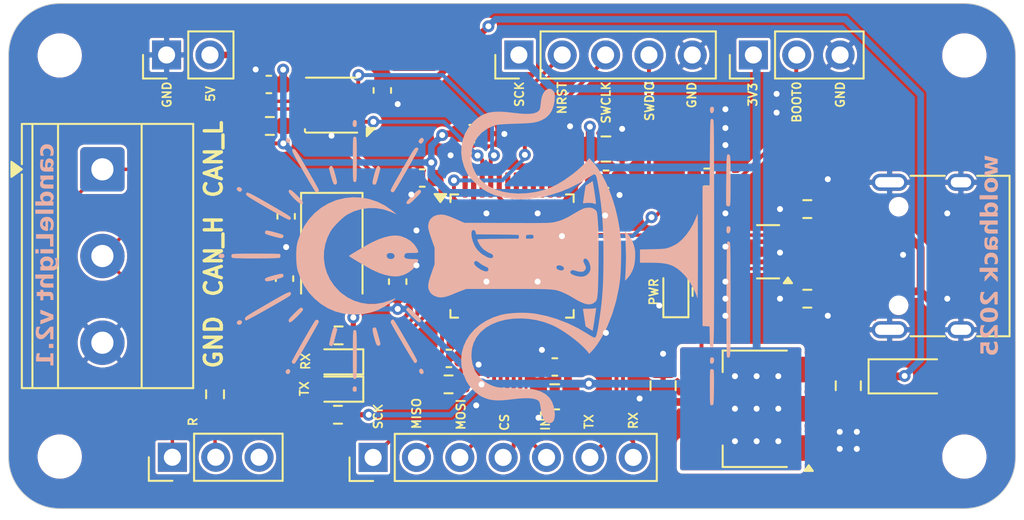
<source format=kicad_pcb>
(kicad_pcb (version 20241229) (generator "pcbnew") (generator_version "9.0")
  (title_block (title "candleLight") (date "2025-10-20") (rev "V2.1") (company "woldhack"))
  (layers (0 "F.Cu" signal) (2 "B.Cu" signal) (13 "F.Paste" user) (15 "B.Paste" user) (5 "F.SilkS" user "F.Silkscreen") (7 "B.SilkS" user "B.Silkscreen") (1 "F.Mask" user) (3 "B.Mask" user) (25 "Edge.Cuts" user))
  (net 0 "")
  (net 1 "GND")
  (net 2 "Net-(U1-PF0)")
  (net 3 "Net-(U1-PF1)")
  (net 4 "+3V3")
  (net 5 "+5V")
  (net 6 "Net-(D1-A)")
  (net 7 "Net-(D2-A)")
  (net 8 "Net-(D3-A)")
  (net 9 "BO0")
  (net 10 "SPI1_MISO")
  (net 12 "SPI1_SCK")
  (net 13 "SPI1_MOSI")
  (net 23 "Net-(J1-CC1)")
  (net 25 "USB_DP")
  (net 26 "USB_DN")
  (net 28 "Net-(J1-CC2)")
  (net 29 "NRST")
  (net 30 "SWCLK")
  (net 31 "SWDIO")
  (net 32 "CAN_DP")
  (net 33 "CAN_DN")
  (net 34 "CAN_RX")
  (net 35 "CAN_TX")
  (net 36 "LED1")
  (net 37 "LED2")
  (net 38 "CAN_S")
  (net 39 "SPI_INT")
  (net 49 "USART1_RX")
  (net 50 "USART1_TX")
  (net 51 "SPI_CS")
  (net 52 "VBUS")
  (net 53 "Net-(U1-BOOT0)")
  (net 54 "Net-(J6-Pin_2)")
  (footprint "Capacitor_SMD:C_0805_2012Metric" (layer "F.Cu") (at 146 83.75 180)
    (property "Reference" "C11" (hide yes))
    (property "Value" "10uF" (hide yes))
  )
  (footprint "MountingHole:MountingHole_2.1mm" (layer "F.Cu") (at 170 87.25)
    (property "Reference" "H3" (hide yes))
    (property "Value" "MountingHole" (hide yes))
  )
  (footprint "Capacitor_SMD:C_0603_1608Metric" (layer "F.Cu") (at 146.005 82 180)
    (property "Reference" "C10" (hide yes))
    (property "Value" "100nF" (hide yes))
  )
  (footprint "Capacitor_SMD:C_0603_1608Metric" (layer "F.Cu") (at 149.005 71)
    (property "Reference" "C13" (hide yes))
    (property "Value" "100nF" (hide yes))
  )
  (footprint "MountingHole:MountingHole_2.1mm" (layer "F.Cu") (at 117 87.25)
    (property "Reference" "H4" (hide yes))
    (property "Value" "MountingHole" (hide yes))
  )
  (footprint "Resistor_SMD:R_0603_1608Metric" (layer "F.Cu") (at 133.3 84.8)
    (property "Reference" "R8" (hide yes))
    (property "Value" "1K" (hide yes))
  )
  (footprint "Capacitor_SMD:C_0805_2012Metric" (layer "F.Cu") (at 149 69.23)
    (property "Reference" "C14" (hide yes))
    (property "Value" "10uF" (hide yes))
  )
  (footprint "Resistor_SMD:R_0603_1608Metric" (layer "F.Cu") (at 129.31 67.88)
    (property "Reference" "R4" (hide yes))
    (property "Value" "10K" (hide yes))
  )
  (footprint "stm32world:USB_C_Receptacle_HRO_TYPE-C-31-M-12" (layer "F.Cu") (at 168.75 75.5 90)
    (property "Reference" "J1" (hide yes))
    (property "Value" "USB_C_Receptacle_USB2.0" (hide yes))
  )
  (footprint "Package_TO_SOT_SMD:SOT-223-3_TabPin2" (layer "F.Cu") (at 157.75 84.45 180)
    (property "Reference" "U2" (hide yes))
    (property "Value" "AMS1117-3.3" (hide yes))
  )
  (footprint "MountingHole:MountingHole_2.1mm" (layer "F.Cu") (at 170 63.75)
    (property "Reference" "H2" (hide yes))
    (property "Value" "MountingHole" (hide yes))
  )
  (footprint "Capacitor_SMD:C_0603_1608Metric" (layer "F.Cu") (at 136.8 77 90)
    (property "Reference" "C12" (hide yes))
    (property "Value" "100nF" (hide yes))
  )
  (footprint "Capacitor_SMD:C_0603_1608Metric" (layer "F.Cu") (at 130.17 76.825 -90)
    (property "Reference" "C2" (hide yes))
    (property "Value" "20pF" (hide yes))
  )
  (footprint "Capacitor_SMD:C_0603_1608Metric" (layer "F.Cu") (at 141.14 68.33)
    (property "Reference" "C9" (hide yes))
    (property "Value" "100nF" (hide yes))
  )
  (footprint "Resistor_SMD:R_0603_1608Metric" (layer "F.Cu") (at 154.6 77.6 -90)
    (property "Reference" "R9" (hide yes))
    (property "Value" "1K" (hide yes))
  )
  (footprint "Resistor_SMD:R_0603_1608Metric" (layer "F.Cu") (at 133.3375 80.15)
    (property "Reference" "R7" (hide yes))
    (property "Value" "1K" (hide yes))
  )
  (footprint "Capacitor_SMD:C_0805_2012Metric" (layer "F.Cu") (at 152.35 83.1 90)
    (property "Reference" "C5" (hide yes))
    (property "Value" "10uF" (hide yes))
  )
  (footprint "Capacitor_SMD:C_0603_1608Metric" (layer "F.Cu") (at 135.9 65.8 -90)
    (property "Reference" "C6" (hide yes))
    (property "Value" "100nF" (hide yes))
  )
  (footprint "Package_QFP:LQFP-48_7x7mm_P0.5mm" (layer "F.Cu") (at 143.5 75.5)
    (property "Reference" "U1" (hide yes))
    (property "Value" "STM32F072C8Tx" (hide yes))
  )
  (footprint "TerminalBlock_Phoenix:TerminalBlock_Phoenix_MKDS-1,5-3-5.08_1x03_P5.08mm_Horizontal" (layer "F.Cu") (at 119.5 70.42 -90)
    (property "Reference" "J2" (hide yes))
    (property "Value" "Conn_Phoenix" (hide yes))
  )
  (footprint "Resistor_SMD:R_0603_1608Metric" (layer "F.Cu") (at 160.8 72.75 180)
    (property "Reference" "R2" (hide yes))
    (property "Value" "5k1" (hide yes))
  )
  (footprint "Package_TO_SOT_SMD:SOT-23" (layer "F.Cu") (at 158.5 75.25 180)
    (property "Reference" "D4" (hide yes))
    (property "Value" "PSM712" (hide yes))
  )
  (footprint "Capacitor_SMD:C_0603_1608Metric" (layer "F.Cu") (at 130.265 73.175 90)
    (property "Reference" "C1" (hide yes))
    (property "Value" "20pF" (hide yes))
  )
  (footprint "Capacitor_SMD:C_0603_1608Metric" (layer "F.Cu") (at 139.8 81.5)
    (property "Reference" "C3" (hide yes))
    (property "Value" "100nF" (hide yes))
  )
  (footprint "Connector_PinHeader_2.54mm:PinHeader_1x03_P2.54mm_Vertical" (layer "F.Cu") (at 123.6 87.29 90)
    (property "Reference" "J6" (hide yes))
    (property "Value" "Conn_CAN_Jumper" (hide yes))
  )
  (footprint "Capacitor_SMD:C_0603_1608Metric" (layer "F.Cu") (at 129.25 65.45 180)
    (property "Reference" "C8" (hide yes))
    (property "Value" "100nF" (hide yes))
  )
  (footprint "Connector_PinHeader_2.54mm:PinHeader_1x07_P2.54mm_Vertical" (layer "F.Cu") (at 135.36 87.3 90)
    (property "Reference" "J4" (hide yes))
    (property "Value" "Conn_IO" (hide yes))
  )
  (footprint "Connector_PinHeader_2.54mm:PinHeader_1x03_P2.54mm_Vertical" (layer "F.Cu") (at 157.64 63.72 90)
    (property "Reference" "J5" (hide yes))
    (property "Value" "Conn_BOOT0" (hide yes))
  )
  (footprint "LED_SMD:LED_0603_1608Metric" (layer "F.Cu") (at 153.1 77.6 90)
    (property "Reference" "D3" (hide yes))
    (property "Value" "LED" (hide yes))
  )
  (footprint "Resistor_SMD:R_0603_1608Metric" (layer "F.Cu") (at 139.78 83.02 180)
    (property "Reference" "R3" (hide yes))
    (property "Value" "10K" (hide yes))
  )
  (footprint "Diode_SMD:D_SOD-123" (layer "F.Cu") (at 166.75 82.55)
    (property "Reference" "D5" (hide yes))
    (property "Value" "~" (hide yes))
  )
  (footprint "Resistor_SMD:R_0603_1608Metric" (layer "F.Cu") (at 126.1 83.6 90)
    (property "Reference" "R6" (hide yes))
    (property "Value" "120" (hide yes))
  )
  (footprint "Connector_PinHeader_2.54mm:PinHeader_1x05_P2.54mm_Vertical" (layer "F.Cu") (at 143.9 63.72 90)
    (property "Reference" "J3" (hide yes))
    (property "Value" "Conn_SWD" (hide yes))
  )
  (footprint "MountingHole:MountingHole_2.1mm" (layer "F.Cu") (at 117 63.75)
    (property "Reference" "H1" (hide yes))
    (property "Value" "MountingHole" (hide yes))
  )
  (footprint "LED_SMD:LED_0603_1608Metric" (layer "F.Cu") (at 133.3 81.7 180)
    (property "Reference" "D1" (hide yes))
    (property "Value" "LED" (hide yes))
  )
  (footprint "Resistor_SMD:R_0603_1608Metric" (layer "F.Cu") (at 160.8 78)
    (property "Reference" "R1" (hide yes))
    (property "Value" "5k1" (hide yes))
  )
  (footprint "Resistor_SMD:R_0603_1608Metric" (layer "F.Cu") (at 155 70.9 180)
    (property "Reference" "R5" (hide yes))
    (property "Value" "10K" (hide yes))
  )
  (footprint "Package_DFN_QFN:DFN-8-1EP_3x3mm_P0.65mm_EP1.55x2.4mm" (layer "F.Cu") (at 132.9275 66.66 180)
    (property "Reference" "U3" (hide yes))
    (property "Value" "TJA1051TK-3" (hide yes))
  )
  (footprint "Capacitor_SMD:C_0805_2012Metric" (layer "F.Cu") (at 163.2 83.1 -90)
    (property "Reference" "C4" (hide yes))
    (property "Value" "10uF" (hide yes))
  )
  (footprint "Crystal:Crystal_SMD_Abracon_ABM3-2Pin_5.0x3.2mm" (layer "F.Cu") (at 132.94 75 -90)
    (property "Reference" "Y1" (hide yes))
    (property "Value" "8MHz" (hide yes))
  )
  (footprint "LED_SMD:LED_0603_1608Metric" (layer "F.Cu") (at 133.3 83.3 180)
    (property "Reference" "D2" (hide yes))
    (property "Value" "LED" (hide yes))
  )
  (footprint "Capacitor_SMD:C_0603_1608Metric" (layer "F.Cu") (at 138.24 70.93 180)
    (property "Reference" "C7" (hide yes))
    (property "Value" "100nF" (hide yes))
  )
  (footprint "Connector_PinHeader_2.54mm:PinHeader_1x02_P2.54mm_Vertical" (layer "F.Cu") (at 123.26 63.72 90)
    (property "Reference" "J7" (hide yes))
    (property "Value" "Conn_5V" (hide yes))
  )
  (footprint "LOGO" (layer "B.Cu") (at 141.3 75.5 -90)
    (property "Reference" "G***" (hide yes))
    (property "Value" "LOGO" (hide yes))
  )
  (gr_arc (start 170 60.7) (mid 172.12132 61.57868) (end 173 63.7) (stroke (width 0.05)) (layer "Edge.Cuts"))
  (gr_arc (start 114 63.7) (mid 114.87868 61.57868) (end 117 60.7) (stroke (width 0.05)) (layer "Edge.Cuts"))
  (gr_line (start 117 90.3) (end 170 90.3) (stroke (width 0.05)) (layer "Edge.Cuts"))
  (gr_line (start 114 87.3) (end 114 63.7) (stroke (width 0.05)) (layer "Edge.Cuts"))
  (gr_line (start 173 87.3) (end 173 63.7) (stroke (width 0.05)) (layer "Edge.Cuts"))
  (gr_line (start 117 60.7) (end 170 60.7) (stroke (width 0.05)) (layer "Edge.Cuts"))
  (gr_arc (start 173 87.3) (mid 172.12132 89.42132) (end 170 90.3) (stroke (width 0.05)) (layer "Edge.Cuts"))
  (gr_arc (start 117 90.3) (mid 114.87868 89.42132) (end 114 87.3) (stroke (width 0.05)) (layer "Edge.Cuts"))
  (gr_text "GND" (at 126.6 82.2 90) (layer "F.SilkS") (effects (font (size 1 1) (thickness 0.2) (bold yes)) (justify left bottom)))
  (gr_text "3V3" (at 157.9 66.8 90) (layer "F.SilkS") (effects (font (size 0.5 0.5) (thickness 0.1) (bold yes)) (justify left bottom)))
  (gr_text "5V" (at 126.125 66.525 90) (layer "F.SilkS") (effects (font (size 0.5 0.5) (thickness 0.1) (bold yes)) (justify left bottom)))
  (gr_text "GND" (at 163.025 66.875 90) (layer "F.SilkS") (effects (font (size 0.5 0.5) (thickness 0.1) (bold yes)) (justify left bottom)))
  (gr_text "INT" (at 145.75 85.8 90) (layer "F.SilkS") (effects (font (size 0.5 0.5) (thickness 0.1) (bold yes)) (justify left bottom)))
  (gr_text "BOOT0" (at 160.475 67.75 90) (layer "F.SilkS") (effects (font (size 0.5 0.5) (thickness 0.1) (bold yes)) (justify left bottom)))
  (gr_text "TX" (at 131.625 83.275 90) (layer "F.SilkS") (effects (font (size 0.5 0.5) (thickness 0.1) (bold yes)) (justify bottom)))
  (gr_text "R" (at 125.1 85.525 90) (layer "F.SilkS") (effects (font (size 0.5 0.5) (thickness 0.1) (bold yes)) (justify left bottom)))
  (gr_text "RX" (at 131.7 81.675 90) (layer "F.SilkS") (effects (font (size 0.5 0.5) (thickness 0.1) (bold yes)) (justify bottom)))
  (gr_text "TX" (at 148.3 85.7 90) (layer "F.SilkS") (effects (font (size 0.5 0.5) (thickness 0.1) (bold yes)) (justify left bottom)))
  (gr_text "RX" (at 150.9 85.7 90) (layer "F.SilkS") (effects (font (size 0.5 0.5) (thickness 0.1) (bold yes)) (justify left bottom)))
  (gr_text "NRST" (at 146.725 67.25 90) (layer "F.SilkS") (effects (font (size 0.5 0.5) (thickness 0.1) (bold yes)) (justify left bottom)))
  (gr_text "MOSI" (at 140.8 85.75 90) (layer "F.SilkS") (effects (font (size 0.5 0.5) (thickness 0.1) (bold yes)) (justify left bottom)))
  (gr_text "PWR" (at 152.1 77.6 90) (layer "F.SilkS") (effects (font (size 0.5 0.5) (thickness 0.1) (bold yes)) (justify bottom)))
  (gr_text "MISO" (at 138.2 85.7 90) (layer "F.SilkS") (effects (font (size 0.5 0.5) (thickness 0.1) (bold yes)) (justify left bottom)))
  (gr_text "SWDIO" (at 151.85 67.65 90) (layer "F.SilkS") (effects (font (size 0.5 0.5) (thickness 0.1) (bold yes)) (justify left bottom)))
  (gr_text "GND" (at 123.575 66.875 90) (layer "F.SilkS") (effects (font (size 0.5 0.5) (thickness 0.1) (bold yes)) (justify left bottom)))
  (gr_text "CAN_L" (at 126.6 72.2 90) (layer "F.SilkS") (effects (font (size 1 1) (thickness 0.2) (bold yes)) (justify left bottom)))
  (gr_text "SCK" (at 144.225 66.825 90) (layer "F.SilkS") (effects (font (size 0.5 0.5) (thickness 0.1) (bold yes)) (justify left bottom)))
  (gr_text "GND" (at 154.325 66.9 90) (layer "F.SilkS") (effects (font (size 0.5 0.5) (thickness 0.1) (bold yes)) (justify left bottom)))
  (gr_text "SWCLK" (at 149.3 67.8 90) (layer "F.SilkS") (effects (font (size 0.5 0.5) (thickness 0.1) (bold yes)) (justify left bottom)))
  (gr_text "CS" (at 143.35 85.8 90) (layer "F.SilkS") (effects (font (size 0.5 0.5) (thickness 0.1) (bold yes)) (justify left bottom)))
  (gr_text "CAN_H" (at 126.6 78 90) (layer "F.SilkS") (effects (font (size 1 1) (thickness 0.2) (bold yes)) (justify left bottom)))
  (gr_text "SCK" (at 135.95 85.7 90) (layer "F.SilkS") (effects (font (size 0.5 0.5) (thickness 0.1) (bold yes)) (justify left bottom)))
  (gr_text "woldhack 2025" (at 172.125 75.475 90) (layer "B.SilkS") (effects (font (size 1 1) (thickness 0.2) (bold yes)) (justify bottom mirror)))
  (gr_text "candleLight v2.1" (at 116.8 75.45 90) (layer "B.SilkS") (effects (font (size 1 1) (thickness 0.2) (bold yes)) (justify bottom mirror)))
  (segment (start 135.1073 66.985) (end 135.5173 66.575) (width 0.3048) (layer "F.Cu") (net 1))
  (segment (start 134.4775 66.985) (end 134.5083 66.9542) (width 0.3048) (layer "F.Cu") (net 1))
  (segment (start 138.1 76.25) (end 137.9 76.05) (width 0.3048) (layer "F.Cu") (net 1))
  (segment (start 134.4775 66.985) (end 135.1073 66.985) (width 0.3048) (layer "F.Cu") (net 1))
  (segment (start 148.825 73.25) (end 148.95 73.125) (width 0.3048) (layer "F.Cu") (net 1))
  (segment (start 133.2525 66.985) (end 132.9275 66.66) (width 0.3048) (layer "F.Cu") (net 1))
  (segment (start 147.6625 73.25) (end 148.825 73.25) (width 0.3048) (layer "F.Cu") (net 1))
  (segment (start 139.3375 76.25) (end 138.1 76.25) (width 0.3048) (layer "F.Cu") (net 1))
  (segment (start 135.5173 66.575) (end 135.9 66.575) (width 0.3048) (layer "F.Cu") (net 1))
  (segment (start 134.4775 66.985) (end 133.2525 66.985) (width 0.3048) (layer "F.Cu") (net 1))
  (via (at 169 78) (size 0.7) (drill 0.35) (layers "F.Cu" "B.Cu") (net 1))
  (via (at 159.2 72.75) (size 0.7) (drill 0.35) (layers "F.Cu" "B.Cu") (net 1))
  (via (at 152.35 81.225) (size 0.7) (drill 0.35) (layers "F.Cu" "B.Cu") (net 1))
  (via (at 156 73) (size 0.7) (drill 0.35) (layers "F.Cu" "B.Cu") (net 1))
  (via (at 156 74.95) (size 0.7) (drill 0.35) (layers "F.Cu" "B.Cu") (net 1))
  (via (at 163.7 85.8) (size 0.7) (drill 0.35) (layers "F.Cu" "B.Cu") (net 1))
  (via (at 162.7 85.8) (size 0.7) (drill 0.35) (layers "F.Cu" "B.Cu") (net 1))
  (via (at 162 79) (size 0.7) (drill 0.35) (layers "F.Cu" "B.Cu") (net 1))
  (via (at 139.9 69.6) (size 0.7) (drill 0.35) (layers "F.Cu" "B.Cu") (net 1))
  (via (at 156 78) (size 0.7) (drill 0.35) (layers "F.Cu" "B.Cu") (net 1))
  (via (at 137.6 71.9) (size 0.7) (drill 0.35) (layers "F.Cu" "B.Cu") (net 1))
  (via (at 156 79) (size 0.7) (drill 0.35) (layers "F.Cu" "B.Cu") (net 1))
  (via (at 145 77) (size 0.7) (drill 0.35) (layers "F.Cu" "B.Cu") (net 1))
  (via (at 141.539955 81.860045) (size 0.7) (drill 0.35) (layers "F.Cu" "B.Cu") (net 1))
  (via (at 141.4 84.25) (size 0.7) (drill 0.35) (layers "F.Cu" "B.Cu") (net 1))
  (via (at 132.925 68.45) (size 0.7) (drill 0.35) (layers "F.Cu" "B.Cu") (net 1))
  (via (at 159 67.1) (size 0.7) (drill 0.35) (layers "F.Cu" "B.Cu") (net 1))
  (via (at 137.9 76.05) (size 0.7) (drill 0.35) (layers "F.Cu" "B.Cu") (net 1))
  (via (at 152.125 78.4) (size 0.7) (drill 0.35) (layers "F.Cu" "B.Cu") (net 1))
  (via (at 145.25 81) (size 0.7) (drill 0.35) (layers "F.Cu" "B.Cu") (net 1))
  (via (at 142 77) (size 0.7) (drill 0.35) (layers "F.Cu" "B.Cu") (net 1))
  (via (at 156 66.9) (size 0.7) (drill 0.35) (layers "F.Cu" "B.Cu") (net 1))
  (via (at 146.9 67.9) (size 0.7) (drill 0.35) (layers "F.Cu" "B.Cu") (net 1))
  (via (at 128.48 64.57) (size 0.7) (drill 0.35) (layers "F.Cu" "B.Cu") (net 1))
  (via (at 143.05 68.35) (size 0.7) (drill 0.35) (layers "F.Cu" "B.Cu") (net 1))
  (via (at 130.265 74.975) (size 0.7) (drill 0.35) (layers "F.Cu" "B.Cu") (net 1))
  (via (at 149 80) (size 0.7) (drill 0.35) (layers "F.Cu" "B.Cu") (net 1))
  (via (at 162.7 86.8) (size 0.7) (drill 0.35) (layers "F.Cu" "B.Cu") (net 1))
  (via (at 162 71) (size 0.7) (drill 0.35) (layers "F.Cu" "B.Cu") (net 1))
  (via (at 136.8 66.6) (size 0.7) (drill 0.35) (layers "F.Cu" "B.Cu") (net 1))
  (via (at 169 73) (size 0.7) (drill 0.35) (layers "F.Cu" "B.Cu") (net 1))
  (via (at 156 77) (size 0.7) (drill 0.35) (layers "F.Cu" "B.Cu") (net 1))
  (via (at 149.95 68.05) (size 0.7) (drill 0.35) (layers "F.Cu" "B.Cu") (net 1))
  (via (at 163.7 86.8) (size 0.7) (drill 0.35) (layers "F.Cu" "B.Cu") (net 1))
  (via (at 166.41 75.43) (size 0.7) (drill 0.35) (layers "F.Cu" "B.Cu") (net 1))
  (via (at 159 66) (size 0.7) (drill 0.35) (layers "F.Cu" "B.Cu") (net 1))
  (via (at 145.05 84.975) (size 0.7) (drill 0.35) (layers "F.Cu" "B.Cu") (net 1))
  (via (at 150.975 83.85) (size 0.7) (drill 0.35) (layers "F.Cu" "B.Cu") (net 1))
  (via (at 149.8 71.925) (size 0.7) (drill 0.35) (layers "F.Cu" "B.Cu") (net 1))
  (via (at 142 73) (size 0.7) (drill 0.35) (layers "F.Cu" "B.Cu") (net 1))
  (via (at 156 68) (size 0.7) (drill 0.35) (layers "F.Cu" "B.Cu") (net 1))
  (via (at 145 73) (size 0.7) (drill 0.35) (layers "F.Cu" "B.Cu") (net 1))
  (via (at 159.2 75.3) (size 0.7) (drill 0.35) (layers "F.Cu" "B.Cu") (net 1))
  (via (at 148.95 73.125) (size 0.7) (drill 0.35) (layers "F.Cu" "B.Cu") (net 1))
  (via (at 137.9 74) (size 0.7) (drill 0.35) (layers "F.Cu" "B.Cu") (net 1))
  (via (at 159.2 78) (size 0.7) (drill 0.35) (layers "F.Cu" "B.Cu") (net 1))
  (via (at 156 69) (size 0.7) (drill 0.35) (layers "F.Cu" "B.Cu") (net 1))
  (segment (start 133.7 72.95) (end 133.15 72.4) (width 0.2286) (layer "F.Cu") (net 2))
  (segment (start 134.55 74.75) (end 133.7 73.9) (width 0.2286) (layer "F.Cu") (net 2))
  (segment (start 133.7 73.9) (end 133.7 72.95) (width 0.2286) (layer "F.Cu") (net 2))
  (segment (start 139.3375 74.75) (end 134.55 74.75) (width 0.2286) (layer "F.Cu") (net 2))
  (segment (start 133.15 72.4) (end 130.265 72.4) (width 0.2286) (layer "F.Cu") (net 2))
  (segment (start 139.3375 75.25) (end 134.55 75.25) (width 0.2286) (layer "F.Cu") (net 3))
  (segment (start 133.7 77.05) (end 133.15 77.6) (width 0.2286) (layer "F.Cu") (net 3))
  (segment (start 134.55 75.25) (end 133.7 76.1) (width 0.2286) (layer "F.Cu") (net 3))
  (segment (start 133.7 76.1) (end 133.7 77.05) (width 0.2286) (layer "F.Cu") (net 3))
  (segment (start 133.15 77.6) (end 130.17 77.6) (width 0.2286) (layer "F.Cu") (net 3))
  (segment (start 152.35 84.05) (end 154.200001 84.05) (width 0.4572) (layer "F.Cu") (net 4))
  (segment (start 136.8 77.975) (end 136.6 77.775) (width 0.381) (layer "F.Cu") (net 4))
  (segment (start 134.2 79.1) (end 134.2 80.1125) (width 0.3048) (layer "F.Cu") (net 4))
  (segment (start 148.05 70.825) (end 148.225 71) (width 0.4572) (layer "F.Cu") (net 4))
  (segment (start 148.05 67.93) (end 148.06 67.92) (width 0.4572) (layer "F.Cu") (net 4))
  (segment (start 140.36 68.41) (end 140.365 68.405) (width 0.3048) (layer "F.Cu") (net 4))
  (segment (start 146.96 83.04) (end 146.96 83.51) (width 0.4572) (layer "F.Cu") (net 4))
  (segment (start 128.45 68.05) (end 128.435 68.05) (width 0.2286) (layer "F.Cu") (net 4))
  (segment (start 136.925 77.775) (end 137.95 76.75) (width 0.3048) (layer "F.Cu") (net 4))
  (segment (start 146.775 83.575) (end 146.775 82) (width 0.4572) (layer "F.Cu") (net 4))
  (segment (start 139.3375 71.0625) (end 139.3375 72.75) (width 0.3048) (layer "F.Cu") (net 4))
  (segment (start 146.9 82.98) (end 146.96 83.04) (width 0.4572) (layer "F.Cu") (net 4))
  (segment (start 139.49 68.33) (end 139.408927 68.411073) (width 0.3048) (layer "F.Cu") (net 4))
  (segment (start 130.025 65.45) (end 130.265 65.69) (width 0.3048) (layer "F.Cu") (net 4))
  (segment (start 140.36 68.43) (end 140.36 68.41) (width 0.3048) (layer "F.Cu") (net 4))
  (segment (start 146.25 79.6625) (end 146.25 81.475) (width 0.3048) (layer "F.Cu") (net 4))
  (segment (start 147.6625 71.5625) (end 148.225 71) (width 0.3048) (layer "F.Cu") (net 4))
  (segment (start 130.09 64.58) (end 130.09 65.385) (width 0.4572) (layer "F.Cu") (net 4))
  (segment (start 140.75 68.82) (end 140.36 68.43) (width 0.3048) (layer "F.Cu") (net 4))
  (segment (start 148 82.98) (end 146.9 82.98) (width 0.4572) (layer "F.Cu") (net 4))
  (segment (start 130.1 68.9) (end 129.3 68.9) (width 0.2286) (layer "F.Cu") (net 4))
  (segment (start 140.985 82.98) (end 141.67 82.98) (width 0.3048) (layer "F.Cu") (net 4))
  (segment (start 131.3725 65.69) (end 131.3775 65.685) (width 0.3048) (layer "F.Cu") (net 4))
  (segment (start 160.899999 84.45) (end 159.105 84.45) (width 0.4572) (layer "F.Cu") (net 4))
  (segment (start 154.6 78.425) (end 154.600001 84.45) (width 0.2286) (layer "F.Cu") (net 4))
  (segment (start 130.265 65.69) (end 131.3725 65.69) (width 0.3048) (layer "F.Cu") (net 4))
  (segment (start 134.2 80.1125) (end 134.1625 80.15) (width 0.3048) (layer "F.Cu") (net 4))
  (segment (start 148.05 69.23) (end 148.05 70.825) (width 0.4572) (layer "F.Cu") (net 4))
  (segment (start 147.6625 72.75) (end 147.6625 71.5625) (width 0.3048) (layer "F.Cu") (net 4))
  (segment (start 130.09 65.385) (end 130.025 65.45) (width 0.4572) (layer "F.Cu") (net 4))
  (segment (start 137.95 76.75) (end 139.3375 76.75) (width 0.3048) (layer "F.Cu") (net 4))
  (segment (start 138.775 70.5) (end 139.3375 71.0625) (width 0.3048) (layer "F.Cu") (net 4))
  (segment (start 140.75 71.3375) (end 140.75 68.82) (width 0.3048) (layer "F.Cu") (net 4))
  (segment (start 140.34 68.305) (end 140.365 68.33) (width 0.4572) (layer "F.Cu") (net 4))
  (segment (start 156.56 82.54) (end 156.575 82.525) (width 0.2286) (layer "F.Cu") (net 4))
  (segment (start 134.125 84.8) (end 135.1 84.8) (width 0.3048) (layer "F.Cu") (net 4))
  (segment (start 128.435 68.05) (end 128.475 68.01) (width 0.4572) (layer "F.Cu") (net 4))
  (segment (start 140.365 68.405) (end 140.365 68.33) (width 0.3048) (layer "F.Cu") (net 4))
  (segment (start 141.67 82.98) (end 141.71 83.02) (width 0.3048) (layer "F.Cu") (net 4))
  (segment (start 138.775 70.025) (end 138.775 70.5) (width 0.3048) (layer "F.Cu") (net 4))
  (segment (start 136.8 78.6) (end 136.8 77.975) (width 0.381) (layer "F.Cu") (net 4))
  (segment (start 146.96 83.51) (end 146.775 83.325) (width 0.4572) (layer "F.Cu") (net 4))
  (segment (start 148.05 69.23) (end 148.05 67.93) (width 0.4572) (layer "F.Cu") (net 4))
  (segment (start 140.365 68.33) (end 139.49 68.33) (width 0.381) (layer "F.Cu") (net 4))
  (segment (start 129.3 68.9) (end 128.45 68.05) (width 0.2286) (layer "F.Cu") (net 4))
  (segment (start 138.77 70.02) (end 138.775 70.025) (width 0.3048) (layer "F.Cu") (net 4))
  (segment (start 146.25 81.475) (end 146.775 82) (width 0.3048) (layer "F.Cu") (net 4))
  (segment (start 159.105 84.45) (end 159.1 84.445) (width 0.4572) (layer "F.Cu") (net 4))
  (segment (start 154.200001 84.05) (end 154.600001 84.45) (width 0.4572) (layer "F.Cu") (net 4))
  (via (at 157.83 82.54) (size 0.7) (drill 0.35) (layers "F.Cu" "B.Cu") (net 4))
  (via (at 159.1 82.54) (size 0.7) (drill 0.35) (layers "F.Cu" "B.Cu") (net 4))
  (via (at 148 82.98) (size 0.7) (drill 0.35) (layers "F.Cu" "B.Cu") (net 4))
  (via (at 156.56 82.54) (size 0.7) (drill 0.35) (layers "F.Cu" "B.Cu") (net 4))
  (via (at 139.408927 68.411073) (size 0.7) (drill 0.35) (layers "F.Cu" "B.Cu") (net 4))
  (via (at 130.1 68.9) (size 0.7) (drill 0.35) (layers "F.Cu" "B.Cu") (net 4))
  (via (at 159.1 84.445) (size 0.7) (drill 0.35) (layers "F.Cu" "B.Cu") (net 4))
  (via (at 134.2 79.1) (size 0.7) (drill 0.35) (layers "F.Cu" "B.Cu") (net 4))
  (via (at 138.77 70.02) (size 0.7) (drill 0.35) (layers "F.Cu" "B.Cu") (net 4))
  (via (at 141.71 83.02) (size 0.7) (drill 0.35) (layers "F.Cu" "B.Cu") (net 4))
  (via (at 157.83 86.35) (size 0.7) (drill 0.35) (layers "F.Cu" "B.Cu") (net 4))
  (via (at 157.83 84.445) (size 0.7) (drill 0.35) (layers "F.Cu" "B.Cu") (net 4))
  (via (at 130.09 64.58) (size 0.7) (drill 0.35) (layers "F.Cu" "B.Cu") (net 4))
  (via (at 159.1 86.35) (size 0.7) (drill 0.35) (layers "F.Cu" "B.Cu") (net 4))
  (via (at 135.1 84.8) (size 0.7) (drill 0.35) (layers "F.Cu" "B.Cu") (net 4))
  (via (at 148.06 67.92) (size 0.7) (drill 0.35) (layers "F.Cu" "B.Cu") (net 4))
  (via (at 156.56 84.445) (size 0.7) (drill 0.35) (layers "F.Cu" "B.Cu") (net 4))
  (via (at 156.56 86.35) (size 0.7) (drill 0.35) (layers "F.Cu" "B.Cu") (net 4))
  (via (at 136.8 78.6) (size 0.7) (drill 0.35) (layers "F.Cu" "B.Cu") (net 4))
  (segment (start 148.06 67.92) (end 148.1 67.96) (width 0.4572) (layer "B.Cu") (net 4))
  (segment (start 139.9 84.8) (end 135.1 84.8) (width 0.3048) (layer "B.Cu") (net 4))
  (segment (start 155.64 65.69) (end 145.87 65.69) (width 0.4572) (layer "B.Cu") (net 4))
  (segment (start 138.77 69.05) (end 139.408927 68.411073) (width 0.381) (layer "B.Cu") (net 4))
  (segment (start 148 82.98) (end 156.12 82.98) (width 0.4572) (layer "B.Cu") (net 4))
  (segment (start 141.71 83.02) (end 141.71 83.01) (width 0.381) (layer "B.Cu") (net 4))
  (segment (start 157.83 70.3) (end 157.83 82.54) (width 0.4572) (layer "B.Cu") (net 4))
  (segment (start 148.06 67.92) (end 148.06 67.86) (width 0.4572) (layer "B.Cu") (net 4))
  (segment (start 141.68 83.02) (end 139.9 84.8) (width 0.3048) (layer "B.Cu") (net 4))
  (segment (start 131.22 70.02) (end 138.77 70.02) (width 0.381) (layer "B.Cu") (net 4))
  (segment (start 141.71 83.02) (end 141.75 82.98) (width 0.4572) (layer "B.Cu") (net 4))
  (segment (start 134.7 78.6) (end 136.8 78.6) (width 0.3048) (layer "B.Cu") (net 4))
  (segment (start 141.75 82.98) (end 148 82.98) (width 0.4572) (layer "B.Cu") (net 4))
  (segment (start 156.12 82.98) (end 156.56 82.54) (width 0.4572) (layer "B.Cu") (net 4))
  (segment (start 148.1 70.31) (end 146.608 71.802) (width 0.4572) (layer "B.Cu") (net 4))
  (segment (start 146.608 71.802) (end 139.791995 71.802) (width 0.4572) (layer "B.Cu") (net 4))
  (segment (start 130.09 64.58) (end 130.1 64.59) (width 0.381) (layer "B.Cu") (net 4))
  (segment (start 141.71 83.02) (end 141.68 83.02) (width 0.3048) (layer "B.Cu") (net 4))
  (segment (start 141.71 83.01) (end 137.3 78.6) (width 0.381) (layer "B.Cu") (net 4))
  (segment (start 139.791995 71.802) (end 139.3632 71.373205) (width 0.4572) (layer "B.Cu") (net 4))
  (segment (start 130.1 64.59) (end 130.1 68.9) (width 0.381) (layer "B.Cu") (net 4))
  (segment (start 155.64 65.69) (end 157.83 65.69) (width 0.4572) (layer "B.Cu") (net 4))
  (segment (start 157.83 65.69) (end 157.83 70.3) (width 0.4572) (layer "B.Cu") (net 4))
  (segment (start 157.830962 65.689038) (end 157.830962 64.130962) (width 0.4572) (layer "B.Cu") (net 4))
  (segment (start 145.87 65.69) (end 143.9 63.72) (width 0.4572) (layer "B.Cu") (net 4))
  (segment (start 138.77 70.77) (end 138.77 70.02) (width 0.4572) (layer "B.Cu") (net 4))
  (segment (start 130.09 64.58) (end 130.09 64.6) (width 0.4572) (layer "B.Cu") (net 4))
  (segment (start 148.1 70.31) (end 157.82 70.31) (width 0.4572) (layer "B.Cu") (net 4))
  (segment (start 157.82 70.31) (end 157.83 70.3) (width 0.4572) (layer "B.Cu") (net 4))
  (segment (start 137.3 78.6) (end 136.8 78.6) (width 0.381) (layer "B.Cu") (net 4))
  (segment (start 130.1 68.9) (end 131.22 70.02) (width 0.381) (layer "B.Cu") (net 4))
  (segment (start 143.92 63.72) (end 143.9 63.72) (width 0.4572) (layer "B.Cu") (net 4))
  (segment (start 139.3632 71.3632) (end 138.77 70.77) (width 0.4572) (layer "B.Cu") (net 4))
  (segment (start 148.1 67.96) (end 148.1 70.31) (width 0.4572) (layer "B.Cu") (net 4))
  (segment (start 157.83 65.69) (end 157.830962 65.689038) (width 0.4572) (layer "B.Cu") (net 4))
  (segment (start 134.2 79.1) (end 134.7 78.6) (width 0.3048) (layer "B.Cu") (net 4))
  (segment (start 138.77 70.02) (end 138.77 69.05) (width 0.381) (layer "B.Cu") (net 4))
  (segment (start 139.3632 71.373205) (end 139.3632 71.3632) (width 0.4572) (layer "B.Cu") (net 4))
  (segment (start 135.9 65.025) (end 134.595 63.72) (width 0.381) (layer "F.Cu") (net 5))
  (segment (start 164.95 82.4) (end 165.1 82.55) (width 0.4572) (layer "F.Cu") (net 5))
  (segment (start 135.9 65.2) (end 135.9 65.025) (width 0.3048) (layer "F.Cu") (net 5))
  (segment (start 163.5 82.15) (end 163.75 82.4) (width 0.4572) (layer "F.Cu") (net 5))
  (segment (start 134.595 63.72) (end 125.8 63.72) (width 0.381) (layer "F.Cu") (net 5))
  (segment (start 163.200001 82.15) (end 163.5 82.15) (width 0.4572) (layer "F.Cu") (net 5))
  (segment (start 135.925 65) (end 135.9 65.025) (width 0.381) (layer "F.Cu") (net 5))
  (segment (start 166.475 82.55) (end 166.5 82.525) (width 0.4572) (layer "F.Cu") (net 5))
  (segment (start 139.155 65) (end 135.925 65) (width 0.381) (layer "F.Cu") (net 5))
  (segment (start 163.75 82.4) (end 164.95 82.4) (width 0.4572) (layer "F.Cu") (net 5))
  (segment (start 134.4775 66.335) (end 134.765 66.335) (width 0.3048) (layer "F.Cu") (net 5))
  (segment (start 134.765 66.335) (end 135.9 65.2) (width 0.3048) (layer "F.Cu") (net 5))
  (segment (start 142.115 62.04) (end 139.155 65) (width 0.381) (layer "F.Cu") (net 5))
  (segment (start 165.1 82.55) (end 166.475 82.55) (width 0.4572) (layer "F.Cu") (net 5))
  (segment (start 163.2 82.150001) (end 163.200001 82.15) (width 0.4572) (layer "F.Cu") (net 5))
  (segment (start 160.9 82.15) (end 163.2 82.150001) (width 0.4572) (layer "F.Cu") (net 5))
  (via (at 142.115 62.04) (size 0.7) (drill 0.35) (layers "F.Cu" "B.Cu") (net 5))
  (via (at 166.5 82.525) (size 0.7) (drill 0.35) (layers "F.Cu" "B.Cu") (net 5))
  (segment (start 142.115 62.04) (end 142.525 61.63) (width 0.381) (layer "B.Cu") (net 5))
  (segment (start 163.03 61.63) (end 167.44 66.04) (width 0.381) (layer "B.Cu") (net 5))
  (segment (start 142.525 61.63) (end 163.03 61.63) (width 0.381) (layer "B.Cu") (net 5))
  (segment (start 167.44 66.04) (end 167.44 81.585) (width 0.381) (layer "B.Cu") (net 5))
  (segment (start 167.44 81.585) (end 166.5 82.525) (width 0.381) (layer "B.Cu") (net 5))
  (segment (start 132.5125 80.15) (end 132.512499 81.7) (width 0.2286) (layer "F.Cu") (net 6))
  (segment (start 132.512499 84.762501) (end 132.475 84.8) (width 0.2286) (layer "F.Cu") (net 7))
  (segment (start 132.512499 83.3) (end 132.512499 84.762501) (width 0.2286) (layer "F.Cu") (net 7))
  (segment (start 154.6 76.775) (end 153.137499 76.775) (width 0.2286) (layer "F.Cu") (net 8))
  (segment (start 153.137499 76.775) (end 153.1 76.812499) (width 0.2286) (layer "F.Cu") (net 8))
  (segment (start 160.150001 63.7) (end 160.15 63.700001) (width 0.3048) (layer "F.Cu") (net 9))
  (segment (start 156.875 70.9) (end 160.15 67.625) (width 0.2286) (layer "F.Cu") (net 9))
  (segment (start 160.15 67.625) (end 160.15 63.700001) (width 0.2286) (layer "F.Cu") (net 9))
  (segment (start 155.825 70.9) (end 156.875 70.9) (width 0.2286) (layer "F.Cu") (net 9))
  (segment (start 139.368 85.832) (end 137.9 87.3) (width 0.2286) (layer "F.Cu") (net 10))
  (segment (start 142.25 79.6625) (end 142.25 80.80977) (width 0.2286) (layer "F.Cu") (net 10))
  (segment (start 142.25 80.80977) (end 142.832001 81.391771) (width 0.2286) (layer "F.Cu") (net 10))
  (segment (start 142.832001 84.367769) (end 141.36777 85.832) (width 0.2286) (layer "F.Cu") (net 10))
  (segment (start 141.36777 85.832) (end 139.368 85.832) (width 0.2286) (layer "F.Cu") (net 10))
  (segment (start 142.832001 81.391771) (end 142.832001 84.367769) (width 0.2286) (layer "F.Cu") (net 10))
  (segment (start 142.45 84.20954) (end 141.20954 85.45) (width 0.2286) (layer "F.Cu") (net 12))
  (segment (start 141.75 79.6625) (end 141.75 80.85) (width 0.2286) (layer "F.Cu") (net 12))
  (segment (start 142.45 81.55) (end 142.45 84.20954) (width 0.2286) (layer "F.Cu") (net 12))
  (segment (start 141.20954 85.45) (end 137.21 85.45) (width 0.2286) (layer "F.Cu") (net 12))
  (segment (start 141.75 80.85) (end 142.45 81.55) (width 0.2286) (layer "F.Cu") (net 12))
  (segment (start 137.21 85.45) (end 135.36 87.3) (width 0.2286) (layer "F.Cu") (net 12))
  (segment (start 142.75 79.6625) (end 142.75 80.76954) (width 0.2286) (layer "F.Cu") (net 13))
  (segment (start 143.214002 81.233542) (end 143.214002 84.525998) (width 0.2286) (layer "F.Cu") (net 13))
  (segment (start 142.75 80.76954) (end 143.214002 81.233542) (width 0.2286) (layer "F.Cu") (net 13))
  (segment (start 143.214002 84.525998) (end 140.44 87.3) (width 0.2286) (layer "F.Cu") (net 13))
  (segment (start 162.4 78) (end 163.65 76.75) (width 0.2286) (layer "F.Cu") (net 23))
  (segment (start 161.625 78) (end 162.4 78) (width 0.2286) (layer "F.Cu") (net 23))
  (segment (start 163.65 76.75) (end 164.705 76.75) (width 0.2286) (layer "F.Cu") (net 23))
  (segment (start 164.73 74.775) (end 164.8 74.775) (width 0.2) (layer "F.Cu") (net 25))
  (segment (start 163.78 75.75) (end 163.7266 75.6966) (width 0.2) (layer "F.Cu") (net 25))
  (segment (start 163.7266 75.6966) (end 163.7266 74.8466) (width 0.2) (layer "F.Cu") (net 25))
  (segment (start 163.7266 74.8466) (end 163.8232 74.75) (width 0.2) (layer "F.Cu") (net 25))
  (segment (start 164.705 75.75) (end 164.6943 75.7607) (width 0.2) (layer "F.Cu") (net 25))
  (segment (start 160.8143 74.275) (end 148.793751 74.275) (width 0.2) (layer "F.Cu") (net 25))
  (segment (start 162.3 75.7607) (end 160.8143 74.275) (width 0.2) (layer "F.Cu") (net 25))
  (segment (start 148.768751 74.25) (end 147.6625 74.25) (width 0.2) (layer "F.Cu") (net 25))
  (segment (start 164.705 74.75) (end 164.73 74.775) (width 0.2) (layer "F.Cu") (net 25))
  (segment (start 164.68 75.775) (end 164.705 75.75) (width 0.2) (layer "F.Cu") (net 25))
  (segment (start 164.705 75.75) (end 163.78 75.75) (width 0.2) (layer "F.Cu") (net 25))
  (segment (start 148.793751 74.275) (end 148.768751 74.25) (width 0.2) (layer "F.Cu") (net 25))
  (segment (start 164.6943 75.7607) (end 162.3 75.7607) (width 0.2) (layer "F.Cu") (net 25))
  (segment (start 163.8232 74.75) (end 164.705 74.75) (width 0.2) (layer "F.Cu") (net 25))
  (segment (start 165.6977 76.2109) (end 165.6977 75.2891) (width 0.2) (layer "F.Cu") (net 26))
  (segment (start 165.6586 76.25) (end 165.6977 76.2109) (width 0.2) (layer "F.Cu") (net 26))
  (segment (start 154.606802 74.725) (end 148.793751 74.725) (width 0.2) (layer "F.Cu") (net 26))
  (segment (start 165.6586 75.25) (end 164.705 75.25) (width 0.2) (layer "F.Cu") (net 26))
  (segment (start 148.768751 74.75) (end 147.6625 74.75) (width 0.2) (layer "F.Cu") (net 26))
  (segment (start 164.705 76.25) (end 164.6943 76.2393) (width 0.2) (layer "F.Cu") (net 26))
  (segment (start 165.6977 75.2891) (end 165.6586 75.25) (width 0.2) (layer "F.Cu") (net 26))
  (segment (start 164.705 75.25) (end 164.73 75.225) (width 0.2) (layer "F.Cu") (net 26))
  (segment (start 164.73 75.225) (end 164.8 75.225) (width 0.2) (layer "F.Cu") (net 26))
  (segment (start 148.793751 74.725) (end 148.768751 74.75) (width 0.2) (layer "F.Cu") (net 26))
  (segment (start 164.705 76.25) (end 165.6586 76.25) (width 0.2) (layer "F.Cu") (net 26))
  (segment (start 156.121102 76.2393) (end 154.606802 74.725) (width 0.2) (layer "F.Cu") (net 26))
  (segment (start 164.6943 76.2393) (end 156.121102 76.2393) (width 0.2) (layer "F.Cu") (net 26))
  (segment (start 161.625 72.75) (end 162.75 72.75) (width 0.2286) (layer "F.Cu") (net 28))
  (segment (start 163.75 73.75) (end 164.705 73.75) (width 0.2286) (layer "F.Cu") (net 28))
  (segment (start 162.75 72.75) (end 163.75 73.75) (width 0.2286) (layer "F.Cu") (net 28))
  (segment (start 144.25 65.91) (end 146.44 63.72) (width 0.2286) (layer "F.Cu") (net 29))
  (segment (start 139.365 81.5) (end 139.025 81.5) (width 0.2286) (layer "F.Cu") (net 29))
  (segment (start 140.0952 72.1252) (end 140.59 72.62) (width 0.2286) (layer "F.Cu") (net 29))
  (segment (start 139 81.525) (end 139 82.995) (width 0.2286) (layer "F.Cu") (net 29))
  (segment (start 139.025 83.02) (end 138.955 83.02) (width 0.2286) (layer "F.Cu") (net 29))
  (segment (start 139.025 81.5) (end 139 81.525) (width 0.2286) (layer "F.Cu") (net 29))
  (segment (start 139.4 79.54) (end 139.4 81.125) (width 0.2286) (layer "F.Cu") (net 29))
  (segment (start 140.59 78.35) (end 139.4 79.54) (width 0.2286) (layer "F.Cu") (net 29))
  (segment (start 139.3375 75.75) (end 140.59 75.75) (width 0.2286) (layer "F.Cu") (net 29))
  (segment (start 140.59 75.75) (end 140.59 78.35) (width 0.2286) (layer "F.Cu") (net 29))
  (segment (start 139 82.995) (end 139.025 83.02) (width 0.2286) (layer "F.Cu") (net 29))
  (segment (start 140.59 72.62) (end 140.59 75.75) (width 0.2286) (layer "F.Cu") (net 29))
  (segment (start 144.25 69.57) (end 144.25 65.91) (width 0.2286) (layer "F.Cu") (net 29))
  (segment (start 140.0952 71.07) (end 140.0952 72.1252) (width 0.2286) (layer "F.Cu") (net 29))
  (segment (start 139.4 81.125) (end 139.025 81.5) (width 0.2286) (layer "F.Cu") (net 29))
  (via (at 140.0952 71.07) (size 0.7) (drill 0.35) (layers "F.Cu" "B.Cu") (net 29))
  (via (at 144.25 69.57) (size 0.7) (drill 0.35) (layers "F.Cu" "B.Cu") (net 29))
  (segment (start 142.93 71.07) (end 140.0952 71.07) (width 0.2286) (layer "B.Cu") (net 29))
  (segment (start 144.25 69.57) (end 144.25 69.75) (width 0.2286) (layer "B.Cu") (net 29))
  (segment (start 144.25 69.75) (end 142.93 71.07) (width 0.2286) (layer "B.Cu") (net 29))
  (segment (start 146.25 71.3375) (end 146.25 66.7) (width 0.2286) (layer "F.Cu") (net 30))
  (segment (start 148.98 63.97) (end 148.98 63.72) (width 0.2286) (layer "F.Cu") (net 30))
  (segment (start 146.25 66.7) (end 148.98 63.97) (width 0.2286) (layer "F.Cu") (net 30))
  (segment (start 149.725 73.75) (end 151.52 71.955) (width 0.2286) (layer "F.Cu") (net 31))
  (segment (start 147.6625 73.75) (end 149.725 73.75) (width 0.2286) (layer "F.Cu") (net 31))
  (segment (start 151.52 71.955) (end 151.52 63.72) (width 0.2286) (layer "F.Cu") (net 31))
  (segment (start 120.25 76.25) (end 119.5 75.5) (width 0.2) (layer "F.Cu") (net 32))
  (segment (start 126.1 82.1) (end 119.5 75.5) (width 0.2) (layer "F.Cu") (net 32))
  (segment (start 130.889999 66.985) (end 130.789999 66.885) (width 0.2) (layer "F.Cu") (net 32))
  (segment (start 126.1 82.775) (end 126.1 82.1) (width 0.2) (layer "F.Cu") (net 32))
  (segment (start 128.115 66.885) (end 119.5 75.5) (width 0.2) (layer "F.Cu") (net 32))
  (segment (start 131.3775 66.985) (end 130.889999 66.985) (width 0.2) (layer "F.Cu") (net 32))
  (segment (start 130.789999 66.885) (end 128.115 66.885) (width 0.2) (layer "F.Cu") (net 32))
  (segment (start 123.943603 70.42) (end 119.5 70.42) (width 0.2) (layer "F.Cu") (net 33))
  (segment (start 117.51 72.46) (end 117.51 76.29) (width 0.2) (layer "F.Cu") (net 33))
  (segment (start 119.55 70.42) (end 117.51 72.46) (width 0.2) (layer "F.Cu") (net 33))
  (segment (start 117.51 76.29) (end 123.6 82.38) (width 0.2) (layer "F.Cu") (net 33))
  (segment (start 130.889999 66.335) (end 130.789999 66.435) (width 0.2) (layer "F.Cu") (net 33))
  (segment (start 130.789999 66.435) (end 127.928603 66.435) (width 0.2) (layer "F.Cu") (net 33))
  (segment (start 123.6 82.38) (end 123.6 87.29) (width 0.2) (layer "F.Cu") (net 33))
  (segment (start 131.3775 66.335) (end 130.889999 66.335) (width 0.2) (layer "F.Cu") (net 33))
  (segment (start 127.928603 66.435) (end 123.943603 70.42) (width 0.2) (layer "F.Cu") (net 33))
  (segment (start 134.5 64.9) (end 134.49 64.91) (width 0.2286) (layer "F.Cu") (net 34))
  (segment (start 134.49 65.68) (end 134.485 65.685) (width 0.2286) (layer "F.Cu") (net 34))
  (segment (start 134.49 64.91) (end 134.49 65.68) (width 0.2286) (layer "F.Cu") (net 34))
  (segment (start 134.485 65.685) (end 134.4775 65.685) (width 0.2286) (layer "F.Cu") (net 34))
  (segment (start 142.44 69.6) (end 142.386026 69.6) (width 0.2286) (layer "F.Cu") (net 34))
  (segment (start 142.386026 69.6) (end 142.25 69.736026) (width 0.2286) (layer "F.Cu") (net 34))
  (segment (start 142.25 69.736026) (end 142.25 71.3375) (width 0.2286) (layer "F.Cu") (net 34))
  (via (at 142.44 69.6) (size 0.7) (drill 0.35) (layers "F.Cu" "B.Cu") (net 34))
  (via (at 134.5 64.9) (size 0.7) (drill 0.35) (layers "F.Cu" "B.Cu") (net 34))
  (segment (start 142.331225 69.491225) (end 142.44 69.6) (width 0.2286) (layer "B.Cu") (net 34))
  (segment (start 134.5 64.9) (end 139.44 64.9) (width 0.2286) (layer "B.Cu") (net 34))
  (segment (start 142.331225 67.791225) (end 142.331225 69.491225) (width 0.2286) (layer "B.Cu") (net 34))
  (segment (start 139.44 64.9) (end 142.331225 67.791225) (width 0.2286) (layer "B.Cu") (net 34))
  (segment (start 141.75 69.88) (end 141.75 71.3375) (width 0.2286) (layer "F.Cu") (net 35))
  (segment (start 135.375 67.635) (end 134.4775 67.635) (width 0.2286) (layer "F.Cu") (net 35))
  (segment (start 141.48 69.61) (end 141.75 69.88) (width 0.2286) (layer "F.Cu") (net 35))
  (via (at 141.48 69.61) (size 0.7) (drill 0.35) (layers "F.Cu" "B.Cu") (net 35))
  (via (at 135.375 67.635) (size 0.7) (drill 0.35) (layers "F.Cu" "B.Cu") (net 35))
  (segment (start 139.505 67.635) (end 141.48 69.61) (width 0.2286) (layer "B.Cu") (net 35))
  (segment (start 135.375 67.635) (end 139.505 67.635) (width 0.2286) (layer "B.Cu") (net 35))
  (segment (start 138.57304 77.25) (end 137.950299 77.872741) (width 0.2286) (layer "F.Cu") (net 36))
  (segment (start 134.237201 81.550299) (end 134.087501 81.7) (width 0.2286) (layer "F.Cu") (net 36))
  (segment (start 137.9503 78.90947) (end 135.15977 81.7) (width 0.2286) (layer "F.Cu") (net 36))
  (segment (start 135.15977 81.7) (end 134.087501 81.7) (width 0.2286) (layer "F.Cu") (net 36))
  (segment (start 137.950299 77.872741) (end 137.9503 78.90947) (width 0.2286) (layer "F.Cu") (net 36))
  (segment (start 139.3375 77.25) (end 138.57304 77.25) (width 0.2286) (layer "F.Cu") (net 36))
  (segment (start 138.3323 79.0677) (end 134.1 83.3) (width 0.2286) (layer "F.Cu") (net 37))
  (segment (start 138.61327 77.75) (end 138.3323 78.03097) (width 0.2286) (layer "F.Cu") (net 37))
  (segment (start 139.3375 77.75) (end 138.61327 77.75) (width 0.2286) (layer "F.Cu") (net 37))
  (segment (start 134.1 83.3) (end 134.087501 83.3) (width 0.2286) (layer "F.Cu") (net 37))
  (segment (start 138.3323 78.03097) (end 138.3323 79.0677) (width 0.2286) (layer "F.Cu") (net 37))
  (segment (start 130.5 67.635) (end 130.125 68.01) (width 0.2286) (layer "F.Cu") (net 38))
  (segment (start 132.22 69.33) (end 131.38 68.49) (width 0.2286) (layer "F.Cu") (net 38))
  (segment (start 134.03 69.33) (end 132.22 69.33) (width 0.2286) (layer "F.Cu") (net 38))
  (segment (start 139.3375 73.25) (end 137.95 73.25) (width 0.2286) (layer "F.Cu") (net 38))
  (segment (start 131.38 68.49) (end 131.38 67.6375) (width 0.2286) (layer "F.Cu") (net 38))
  (segment (start 137.95 73.25) (end 134.03 69.33) (width 0.2286) (layer "F.Cu") (net 38))
  (segment (start 131.3775 67.635) (end 130.5 67.635) (width 0.2286) (layer "F.Cu") (net 38))
  (segment (start 131.38 67.6375) (end 131.3775 67.635) (width 0.2286) (layer "F.Cu") (net 38))
  (segment (start 143.75 79.6625) (end 143.75 80.68908) (width 0.2286) (layer "F.Cu") (net 39))
  (segment (start 143.978003 80.917083) (end 143.978003 85.758003) (width 0.2286) (layer "F.Cu") (net 39))
  (segment (start 143.75 80.68908) (end 143.978003 80.917083) (width 0.2286) (layer "F.Cu") (net 39))
  (segment (start 143.978003 85.758003) (end 145.52 87.3) (width 0.2286) (layer "F.Cu") (net 39))
  (segment (start 150 85.775) (end 150.6 86.375) (width 0.2286) (layer "F.Cu") (net 49))
  (segment (start 150 76.23621) (end 150 85.775) (width 0.2286) (layer "F.Cu") (net 49))
  (segment (start 147.6625 75.25) (end 149.01379 75.25) (width 0.2286) (layer "F.Cu") (net 49))
  (segment (start 150.6 86.375) (end 150.6 87.29) (width 0.2286) (layer "F.Cu") (net 49))
  (segment (start 149.01379 75.25) (end 150 76.23621) (width 0.2286) (layer "F.Cu") (net 49))
  (segment (start 148.97356 75.75) (end 149.6177 76.39414) (width 0.2286) (layer "F.Cu") (net 50))
  (segment (start 149.6177 76.39414) (end 149.6177 85.7323) (width 0.2286) (layer "F.Cu") (net 50))
  (segment (start 149.6177 85.7323) (end 148.06 87.29) (width 0.2286) (layer "F.Cu") (net 50))
  (segment (start 147.6625 75.75) (end 148.97356 75.75) (width 0.2286) (layer "F.Cu") (net 50))
  (segment (start 143.25 79.6625) (end 143.25 80.72931) (width 0.2286) (layer "F.Cu") (net 51))
  (segment (start 143.596002 81.075312) (end 143.596002 86.683998) (width 0.2286) (layer "F.Cu") (net 51))
  (segment (start 143.596002 86.683998) (end 142.98 87.3) (width 0.2286) (layer "F.Cu") (net 51))
  (segment (start 143.25 80.72931) (end 143.596002 81.075312) (width 0.2286) (layer "F.Cu") (net 51))
  (segment (start 167.44 77.57) (end 167.44 75.037876) (width 0.4572) (layer "F.Cu") (net 52))
  (segment (start 167.44 77.57) (end 168.4 78.53) (width 0.4572) (layer "F.Cu") (net 52))
  (segment (start 168.4 78.53) (end 168.4 82.55) (width 0.4572) (layer "F.Cu") (net 52))
  (segment (start 165.452124 77.95) (end 165.832124 77.57) (width 0.4572) (layer "F.Cu") (net 52))
  (segment (start 167.44 75.037876) (end 165.452124 73.05) (width 0.4572) (layer "F.Cu") (net 52))
  (segment (start 165.452124 73.05) (end 164.705 73.05) (width 0.4572) (layer "F.Cu") (net 52))
  (segment (start 165.832124 77.57) (end 167.44 77.57) (width 0.4572) (layer "F.Cu") (net 52))
  (segment (start 165.452124 77.95) (end 164.705 77.95) (width 0.4572) (layer "F.Cu") (net 52))
  (segment (start 144.975001 74.3) (end 142.75 72.074999) (width 0.2286) (layer "F.Cu") (net 53))
  (segment (start 146.389042 74.3) (end 144.975001 74.3) (width 0.2286) (layer "F.Cu") (net 53))
  (segment (start 151.675 73.225) (end 151.85 73.225) (width 0.2286) (layer "F.Cu") (net 53))
  (segment (start 142.75 72.06173) (end 142.75 71.3375) (width 0.2286) (layer "F.Cu") (net 53))
  (segment (start 146.422602 74.33356) (end 146.389042 74.3) (width 0.2286) (layer "F.Cu") (net 53))
  (segment (start 151.85 73.225) (end 154.175 70.9) (width 0.2286) (layer "F.Cu") (net 53))
  (via (at 146.422602 74.33356) (size 0.7) (drill 0.35) (layers "F.Cu" "B.Cu") (net 53))
  (via (at 151.675 73.225) (size 0.7) (drill 0.35) (layers "F.Cu" "B.Cu") (net 53))
  (segment (start 146.422602 74.33356) (end 150.56644 74.33356) (width 0.2286) (layer "B.Cu") (net 53))
  (segment (start 150.56644 74.33356) (end 151.675 73.225) (width 0.2286) (layer "B.Cu") (net 53))
  (segment (start 126.1 84.425) (end 126.1 87.25) (width 0.2) (layer "F.Cu") (net 54))
  (segment (start 126.1 87.25) (end 126.14 87.29) (width 0.1524) (layer "F.Cu") (net 54))
  (zone (net 4) (net_name "+3V3") (layers "F.Cu" "B.Cu") (priority 1) (connect_pads (clearance 0.2)) (min_thickness 0.25) (fill yes (thermal_gap 0.25) (thermal_bridge_width 0.5))
    (polygon (pts (xy 160.45 88.05) (xy 160.45 80.85) (xy 153.35 80.85) (xy 153.35 88.05)))
  )
  (zone (net 1) (net_name "GND") (layers "F.Cu" "B.Cu") (connect_pads (clearance 0.1524)) (min_thickness 0.1524) (fill yes (thermal_gap 0.1524) (thermal_bridge_width 0.3048))
    (polygon (pts (xy 113.5 60.5) (xy 173.5 60.5) (xy 173.5 91) (xy 113.5 91)))
  )
)
</source>
